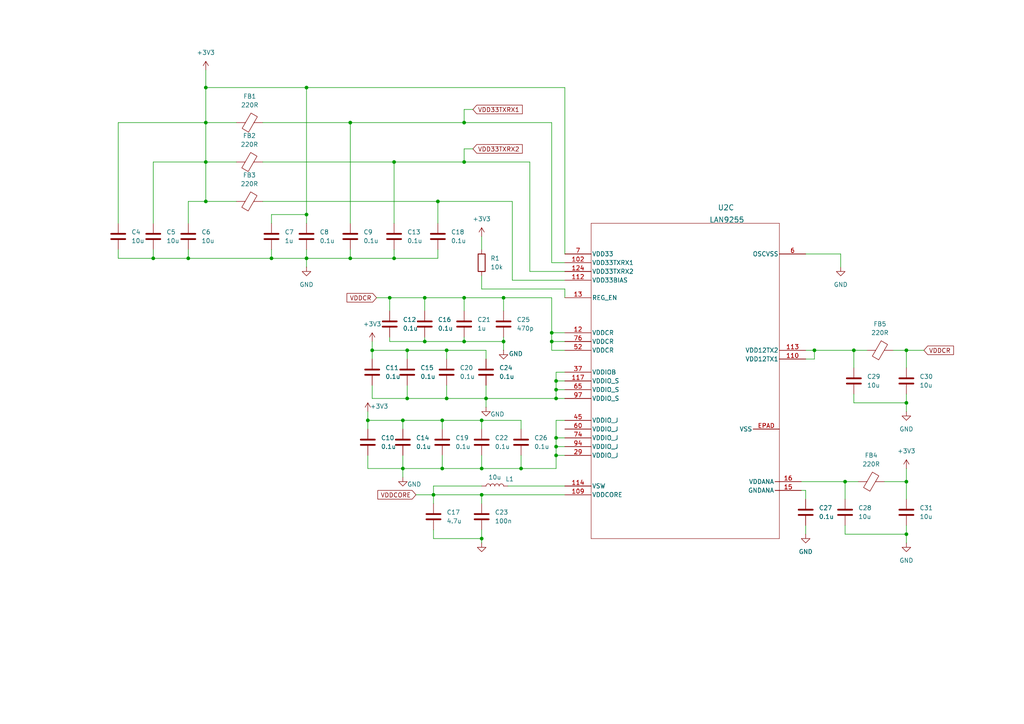
<source format=kicad_sch>
(kicad_sch (version 20231120) (generator "eeschema") (generator_version "8.0")
  (paper "A4")
  (lib_symbols
    (symbol "Device:C" (pin_numbers hide) (pin_names (offset 0.254))
      (property "Reference" "C" (at 0.635 2.54 0))
      (property "Value" "C" (at 0.635 -2.54 0))
      (symbol "C_0_1"
        (polyline (pts (xy -2.032 -0.762) (xy 2.032 -0.762)) (stroke (width 0.508)))
        (polyline (pts (xy -2.032 0.762) (xy 2.032 0.762)) (stroke (width 0.508)))
      )
      (symbol "C_1_1"
        (pin passive line (at 0 3.81 270) (length 2.794) (name "~") (number "1"))
        (pin passive line (at 0 -3.81 90) (length 2.794) (name "~") (number "2"))
      )
    )
    (symbol "Device:FerriteBead" (pin_numbers hide) (pin_names (offset 0))
      (property "Reference" "FB" (at -3.81 0.635 90))
      (property "Value" "FerriteBead" (at 3.81 0 90))
      (symbol "FerriteBead_0_1"
        (polyline (pts (xy 0 -1.27) (xy 0 -1.2192)))
        (polyline (pts (xy 0 1.27) (xy 0 1.2954)))
        (polyline (pts (xy -2.7686 0.4064) (xy -1.7018 2.2606) (xy 2.7686 -0.3048) (xy 1.6764 -2.159) (xy -2.7686 0.4064)))
      )
      (symbol "FerriteBead_1_1"
        (pin passive line (at 0 3.81 270) (length 2.54) (name "~") (number "1"))
        (pin passive line (at 0 -3.81 90) (length 2.54) (name "~") (number "2"))
      )
    )
    (symbol "Device:L" (pin_numbers hide) (pin_names (offset 1.016) hide)
      (property "Reference" "L" (at -1.27 0 90))
      (property "Value" "L" (at 1.905 0 90))
      (symbol "L_0_1"
        (arc (start 0 -2.54) (mid 0.6323 -1.905) (end 0 -1.27))
        (arc (start 0 -1.27) (mid 0.6323 -0.635) (end 0 0))
        (arc (start 0 0) (mid 0.6323 0.635) (end 0 1.27))
        (arc (start 0 1.27) (mid 0.6323 1.905) (end 0 2.54))
      )
      (symbol "L_1_1"
        (pin passive line (at 0 3.81 270) (length 1.27) (name "1") (number "1"))
        (pin passive line (at 0 -3.81 90) (length 1.27) (name "2") (number "2"))
      )
    )
    (symbol "Device:R" (pin_numbers hide) (pin_names (offset 0))
      (property "Reference" "R" (at 2.032 0 90))
      (property "Value" "R" (at 0 0 90))
      (symbol "R_0_1"
        (rectangle (start -1.016 -2.54) (end 1.016 2.54) (stroke (width 0.254)))
      )
      (symbol "R_1_1"
        (pin passive line (at 0 3.81 270) (length 1.27) (name "~") (number "1"))
        (pin passive line (at 0 -3.81 90) (length 1.27) (name "~") (number "2"))
      )
    )
    (symbol "LAN9255_2" (pin_names (offset 0.254))
      (property "Reference" "U7" (at 48.006 -1.778 0))
      (property "Value" "LAN9255" (at 48.26 -5.334 0))
      (symbol "LAN9255_2_1_1"
        (rectangle (start 93.98 6.35) (end 160.02 -16.51))
        (pin bidirectional line (at 167.64 -10.16 180) (length 7.62) (name "WAIT_ACK/PME/LATCH0/EE_EMUL_SPI3") (number "18"))
        (pin bidirectional line (at 167.64 -2.54 180) (length 7.62) (name "D2/AD2/SOF/SIO2/EE_EMUL_SPI0") (number "24"))
        (pin bidirectional line (at 167.64 0 180) (length 7.62) (name "D1/AD1/EOF/SO/SIO1") (number "26"))
        (pin bidirectional line (at 167.64 2.54 180) (length 7.62) (name "D0/AD0/WD_STATE/SI/SIO0") (number "38"))
        (pin bidirectional line (at 167.64 -7.62 180) (length 7.62) (name "A1/ALELO/OE_EXT/MII_CLK25/EE_EMUL_SPI2") (number "53"))
        (pin bidirectional line (at 167.64 -5.08 180) (length 7.62) (name "D3/AD3/WE_TRIG/SIO3/EE_EMUL_SPI1") (number "71"))
      )
      (symbol "LAN9255_2_2_1"
        (rectangle (start 5.08 -7.62) (end 62.23 -25.4))
        (pin bidirectional line (at 69.85 -12.7 180) (length 7.62) (name "D5/AD5/OUTVALID/SCS#") (number "101"))
        (pin bidirectional line (at 69.85 -15.24 180) (length 7.62) (name "RBIAS") (number "111"))
        (pin bidirectional line (at -2.54 -12.7 0) (length 7.62) (name "SYNC1/LATCH1/PME") (number "39"))
        (pin bidirectional line (at -2.54 -15.24 0) (length 7.62) (name "D9/AD9/LATCH_IN/SCK") (number "41"))
        (pin unspecified line (at -2.54 -17.78 0) (length 7.62) (name "TESTMODE") (number "81"))
        (pin bidirectional line (at -2.54 -20.32 0) (length 7.62) (name "IRQ/LATCH1") (number "88"))
      )
      (symbol "LAN9255_2_3_1"
        (polyline (pts (xy 8.89 -97.79) (xy 63.5 -97.79)) (stroke (width 0.127)))
        (polyline (pts (xy 8.89 -6.35) (xy 8.89 -97.79)) (stroke (width 0.127)))
        (polyline (pts (xy 63.5 -6.35) (xy 8.89 -6.35)) (stroke (width 0.127)))
        (polyline (pts (xy 63.5 -6.35) (xy 63.5 -97.79)) (stroke (width 0.127)))
        (pin power_in line (at 1.27 -17.78 0) (length 7.62) (name "VDD33TXRX1") (number "102"))
        (pin power_in line (at 1.27 -85.09 0) (length 7.62) (name "VDDCORE") (number "109"))
        (pin power_in line (at 71.12 -45.72 180) (length 7.62) (name "VDD12TX1") (number "110"))
        (pin power_in line (at 1.27 -22.86 0) (length 7.62) (name "VDD33BIAS") (number "112"))
        (pin power_in line (at 71.12 -43.18 180) (length 7.62) (name "VDD12TX2") (number "113"))
        (pin power_in line (at 1.27 -82.55 0) (length 7.62) (name "VSW") (number "114"))
        (pin power_in line (at 1.27 -52.07 0) (length 7.62) (name "VDDIO_S") (number "117"))
        (pin power_in line (at 1.27 -38.1 0) (length 7.62) (name "VDDCR") (number "12"))
        (pin power_in line (at 1.27 -20.32 0) (length 7.62) (name "VDD33TXRX2") (number "124"))
        (pin unspecified line (at 1.27 -27.94 0) (length 7.62) (name "REG_EN") (number "13"))
        (pin power_out line (at 69.85 -83.82 180) (length 7.62) (name "GNDANA") (number "15"))
        (pin power_in line (at 69.85 -81.28 180) (length 7.62) (name "VDDANA") (number "16"))
        (pin power_in line (at 1.27 -73.66 0) (length 7.62) (name "VDDIO_J") (number "29"))
        (pin power_in line (at 1.27 -49.53 0) (length 7.62) (name "VDDIOB") (number "37"))
        (pin power_in line (at 71.12 -17.78 180) (length 7.62) hide (name "OSCVDD12") (number "4"))
        (pin power_in line (at 1.27 -63.5 0) (length 7.62) (name "VDDIO_J") (number "45"))
        (pin power_in line (at 1.27 -43.18 0) (length 7.62) (name "VDDCR") (number "52"))
        (pin power_out line (at 71.12 -15.24 180) (length 7.62) (name "OSCVSS") (number "6"))
        (pin power_in line (at 1.27 -66.04 0) (length 7.62) (name "VDDIO_J") (number "60"))
        (pin power_in line (at 1.27 -54.61 0) (length 7.62) (name "VDDIO_S") (number "65"))
        (pin power_in line (at 1.27 -15.24 0) (length 7.62) (name "VDD33") (number "7"))
        (pin power_in line (at 1.27 -68.58 0) (length 7.62) (name "VDDIO_J") (number "74"))
        (pin power_in line (at 1.27 -40.64 0) (length 7.62) (name "VDDCR") (number "76"))
        (pin power_in line (at 1.27 -71.12 0) (length 7.62) (name "VDDIO_J") (number "94"))
        (pin power_in line (at 1.27 -57.15 0) (length 7.62) (name "VDDIO_S") (number "97"))
        (pin power_out line (at 63.5 -66.04 180) (length 7.62) (name "VSS") (number "EPAD"))
      )
      (symbol "LAN9255_2_4_1"
        (polyline (pts (xy 7.62 -21.59) (xy 76.2 -21.59)) (stroke (width 0.127)))
        (polyline (pts (xy 7.62 5.08) (xy 7.62 -21.59)) (stroke (width 0.127)))
        (polyline (pts (xy 76.2 -21.59) (xy 76.2 5.08)) (stroke (width 0.127)))
        (polyline (pts (xy 76.2 5.08) (xy 7.62 5.08)) (stroke (width 0.127)))
        (pin output line (at 0 -1.27 0) (length 7.62) (name "OSCO") (number "1"))
        (pin unspecified line (at 83.82 1.27 180) (length 7.62) (name "RESETN_E53") (number "108"))
        (pin input line (at 0 2.54 0) (length 7.62) (name "OSCI") (number "128"))
        (pin bidirectional line (at 0 -7.62 0) (length 7.62) (name "CLK_25/CLK_25_EN/XTAL_MODE") (number "14"))
        (pin unspecified line (at 83.82 -6.35 180) (length 7.62) (name "RST#") (number "21"))
      )
      (symbol "LAN9255_2_5_1"
        (polyline (pts (xy 7.62 -17.78) (xy 29.21 -17.78)) (stroke (width 0.127)))
        (polyline (pts (xy 7.62 5.08) (xy 7.62 -17.78)) (stroke (width 0.127)))
        (polyline (pts (xy 29.21 -17.78) (xy 29.21 5.08)) (stroke (width 0.127)))
        (polyline (pts (xy 29.21 5.08) (xy 7.62 5.08)) (stroke (width 0.127)))
        (pin no_connect line (at 36.83 0 180) (length 7.62) (name "NC") (number "48"))
        (pin no_connect line (at 36.83 -7.62 180) (length 7.62) (name "NC") (number "75"))
        (pin no_connect line (at 36.83 -5.08 180) (length 7.62) (name "NC") (number "85"))
        (pin no_connect line (at 36.83 -2.54 180) (length 7.62) (name "NC") (number "86"))
      )
      (symbol "LAN9255_2_6_1"
        (rectangle (start 69.85 -5.08) (end 133.35 -78.74))
        (pin bidirectional line (at 140.97 -10.16 180) (length 7.62) (name "TXNA") (number "103"))
        (pin bidirectional line (at 140.97 -13.97 180) (length 7.62) (name "TXPA") (number "104"))
        (pin bidirectional line (at 140.97 -17.78 180) (length 7.62) (name "RXNA") (number "105"))
        (pin bidirectional line (at 140.97 -21.59 180) (length 7.62) (name "RXPA") (number "106"))
        (pin bidirectional line (at 140.97 -59.69 180) (length 7.62) (name "RXPB") (number "115"))
        (pin bidirectional line (at 140.97 -63.5 180) (length 7.62) (name "RXNB") (number "116"))
        (pin bidirectional line (at 140.97 -67.31 180) (length 7.62) (name "TXPB") (number "118"))
        (pin bidirectional line (at 140.97 -71.12 180) (length 7.62) (name "TXNB") (number "119"))
        (pin bidirectional line (at 62.23 -10.16 0) (length 7.62) (name "ERRLED/PME/100FD_B/LEDPOL4") (number "17"))
        (pin bidirectional line (at 62.23 -15.24 0) (length 7.62) (name "SYNC0/LATCH0/PME") (number "70"))
        (pin bidirectional line (at 62.23 -20.32 0) (length 7.62) (name "EESDA/TMS/EE_EMUL1") (number "82"))
        (pin bidirectional line (at 62.23 -25.4 0) (length 7.62) (name "EESCL/TCK/EE_EMUL2") (number "83"))
        (pin bidirectional line (at 62.23 -30.48 0) (length 7.62) (name "RUNLED/STATE_RUNLED/E2PSIZE/EE_EMUL0/LEDPOL3") (number "89"))
        (pin bidirectional line (at 62.23 -35.56 0) (length 7.62) (name "LINKACTLED1/TDI/CHIP_MODE1/LEDPOL1") (number "90"))
        (pin bidirectional line (at 62.23 -40.64 0) (length 7.62) (name "LINKACTLED0/TDO/CHIP_MODE0/LEDPOL0") (number "95"))
      )
      (symbol "LAN9255_2_7_1"
        (rectangle (start 64.77 7.62) (end 160.02 -60.96))
        (pin bidirectional line (at 167.64 -35.56 180) (length 7.62) (name "D4/AD4/DIGIO3/GPI3/GPO3/MII_LINK") (number "100"))
        (pin bidirectional line (at 167.64 -50.8 180) (length 7.62) (name "D14/AD14/DIGIO8/GPI8/GPO8/MII_TXD3/TX_SHIFT1") (number "31"))
        (pin bidirectional line (at 167.64 -48.26 180) (length 7.62) (name "D13/AD13/DIGIO7/GPI7/GPO7/MII_TXD2/TX_SHIFT0") (number "32"))
        (pin bidirectional line (at 167.64 -22.86 180) (length 7.62) (name "D12/AD12/DIGIO6/GPI6/GPO6/MII_TXD1/100FD_B") (number "49"))
        (pin bidirectional line (at 167.64 -20.32 180) (length 7.62) (name "D11/AD11/DIGIO5/GPI5/GPO5/MII_TXD0/100FD_A") (number "50"))
        (pin bidirectional line (at 167.64 -17.78 180) (length 7.62) (name "D10/AD10/DIGIO4/GPI4/GPO4/MII_TXEN") (number "51"))
        (pin bidirectional line (at 167.64 -10.16 180) (length 7.62) (name "A3/BE0/DIGIO11/GPI11/GPO11/MII_RXDV") (number "54"))
        (pin bidirectional line (at 167.64 -7.62 180) (length 7.62) (name "A4/BE1/DIGIO12/GPI12/GPO12/MII_RXD0") (number "55"))
        (pin bidirectional line (at 167.64 -5.08 180) (length 7.62) (name "CS/DIGIO13/GPI13/GPO13/MII_RXD1") (number "56"))
        (pin bidirectional line (at 167.64 -43.18 180) (length 7.62) (name "A2/ALEHI/DIGIO10/GPI10/GPO10/LINKACTLED2/EE_EMUL_ALELO_POL/MII_LINKPOL/LEDPOL2") (number "57"))
        (pin bidirectional line (at 167.64 0 180) (length 7.62) (name "WR/ENB/DIGIO14/GPI14/GPO14/MII_RXD2") (number "58"))
        (pin bidirectional line (at 167.64 2.54 180) (length 7.62) (name "RD/RD_WR/DIGIO15/GPI15/GPO15/MII_RXD3") (number "59"))
        (pin bidirectional line (at 167.64 -38.1 180) (length 7.62) (name "A0/D15/AD15/DIGIO9/GPI9/GPO9/MII_RXER") (number "66"))
        (pin bidirectional line (at 167.64 -27.94 180) (length 7.62) (name "D6/AD6/DIGIO0/GPI0/GPO0/MII_RXCLK") (number "72"))
        (pin bidirectional line (at 167.64 -30.48 180) (length 7.62) (name "D7/AD7/DIGIO1/GPI1/GPO1/MII_MDC") (number "78"))
        (pin bidirectional line (at 167.64 -33.02 180) (length 7.62) (name "D8/AD8/DIGIO2/GPI2/GPO2/MII_MDIO") (number "80"))
      )
      (symbol "LAN9255_2_8_1"
        (rectangle (start 118.11 6.35) (end 160.02 -78.74))
        (pin bidirectional line (at 167.64 -24.13 180) (length 7.62) (name "PA27") (number "107"))
        (pin bidirectional line (at 167.64 -29.21 180) (length 7.62) (name "PA30") (number "120"))
        (pin bidirectional line (at 167.64 -26.67 180) (length 7.62) (name "PA31") (number "121"))
        (pin bidirectional line (at 167.64 -60.96 180) (length 7.62) (name "PA04") (number "25"))
        (pin bidirectional line (at 167.64 -58.42 180) (length 7.62) (name "PA05") (number "27"))
        (pin bidirectional line (at 167.64 -55.88 180) (length 7.62) (name "PA06") (number "28"))
        (pin bidirectional line (at 167.64 -71.12 180) (length 7.62) (name "PA00") (number "3"))
        (pin bidirectional line (at 167.64 -53.34 180) (length 7.62) (name "PA07") (number "30"))
        (pin bidirectional line (at 167.64 -50.8 180) (length 7.62) (name "PA08") (number "33"))
        (pin bidirectional line (at 167.64 -48.26 180) (length 7.62) (name "PA09") (number "34"))
        (pin bidirectional line (at 167.64 -45.72 180) (length 7.62) (name "PA10") (number "35"))
        (pin bidirectional line (at 167.64 -43.18 180) (length 7.62) (name "PA11") (number "36"))
        (pin bidirectional line (at 167.64 -68.58 180) (length 7.62) (name "PA01") (number "5"))
        (pin bidirectional line (at 167.64 -40.64 180) (length 7.62) (name "PA12") (number "61"))
        (pin bidirectional line (at 167.64 -38.1 180) (length 7.62) (name "PA13") (number "62"))
        (pin bidirectional line (at 167.64 -35.56 180) (length 7.62) (name "PA14") (number "63"))
        (pin bidirectional line (at 167.64 -33.02 180) (length 7.62) (name "PA15") (number "64"))
        (pin bidirectional line (at 167.64 0 180) (length 7.62) (name "PA16") (number "67"))
        (pin bidirectional line (at 167.64 -2.54 180) (length 7.62) (name "PA17") (number "68"))
        (pin bidirectional line (at 167.64 -5.08 180) (length 7.62) (name "PA18") (number "69"))
        (pin bidirectional line (at 167.64 -7.62 180) (length 7.62) (name "PA19") (number "73"))
        (pin bidirectional line (at 167.64 -66.04 180) (length 7.62) (name "PA02") (number "8"))
        (pin bidirectional line (at 167.64 -10.16 180) (length 7.62) (name "PA20") (number "84"))
        (pin bidirectional line (at 167.64 -12.7 180) (length 7.62) (name "PA21") (number "87"))
        (pin bidirectional line (at 167.64 -63.5 180) (length 7.62) (name "PA03") (number "9"))
        (pin bidirectional line (at 167.64 -15.24 180) (length 7.62) (name "PA22") (number "91"))
        (pin bidirectional line (at 167.64 -17.78 180) (length 7.62) (name "PA23") (number "92"))
        (pin bidirectional line (at 167.64 -20.32 180) (length 7.62) (name "PA24") (number "93"))
        (pin bidirectional line (at 167.64 2.54 180) (length 7.62) (name "PA25") (number "96"))
      )
      (symbol "LAN9255_2_9_1"
        (rectangle (start 107.95 6.35) (end 160.02 -71.12))
        (pin bidirectional line (at 167.64 -1.27 180) (length 7.62) (name "PB04") (number "10"))
        (pin bidirectional line (at 167.64 -3.81 180) (length 7.62) (name "PB05") (number "11"))
        (pin bidirectional line (at 167.64 -35.56 180) (length 7.62) (name "PB30") (number "122"))
        (pin bidirectional line (at 167.64 -33.02 180) (length 7.62) (name "PB31") (number "123"))
        (pin bidirectional line (at 167.64 -60.96 180) (length 7.62) (name "PB00") (number "125"))
        (pin bidirectional line (at 167.64 -58.42 180) (length 7.62) (name "PB01") (number "126"))
        (pin bidirectional line (at 167.64 -55.88 180) (length 7.62) (name "PB02") (number "127"))
        (pin bidirectional line (at 167.64 -6.35 180) (length 7.62) (name "PB06") (number "19"))
        (pin bidirectional line (at 167.64 1.27 180) (length 7.62) (name "PB03") (number "2"))
        (pin bidirectional line (at 167.64 -8.89 180) (length 7.62) (name "PB07") (number "20"))
        (pin bidirectional line (at 167.64 -11.43 180) (length 7.62) (name "PB08") (number "22"))
        (pin bidirectional line (at 167.64 -13.97 180) (length 7.62) (name "PB09") (number "23"))
        (pin bidirectional line (at 167.64 -16.51 180) (length 7.62) (name "PB10") (number "40"))
        (pin bidirectional line (at 167.64 -19.05 180) (length 7.62) (name "PB11") (number "42"))
        (pin bidirectional line (at 167.64 -21.59 180) (length 7.62) (name "PB12") (number "43"))
        (pin bidirectional line (at 167.64 -24.13 180) (length 7.62) (name "PB13") (number "44"))
        (pin bidirectional line (at 167.64 -26.67 180) (length 7.62) (name "PB14") (number "46"))
        (pin bidirectional line (at 167.64 -29.21 180) (length 7.62) (name "PB15") (number "47"))
        (pin bidirectional line (at 167.64 -48.26 180) (length 7.62) (name "PB16") (number "77"))
        (pin bidirectional line (at 167.64 -45.72 180) (length 7.62) (name "PB17") (number "79"))
        (pin bidirectional line (at 167.64 -43.18 180) (length 7.62) (name "PB22") (number "98"))
        (pin bidirectional line (at 167.64 -40.64 180) (length 7.62) (name "PB23") (number "99"))
      )
    )
    (symbol "power:+3V3" (power) (pin_numbers hide) (pin_names (offset 0) hide)
      (property "Value" "+3V3" (at 0 3.556 0))
      (symbol "+3V3_0_1"
        (polyline (pts (xy -0.762 1.27) (xy 0 2.54)))
        (polyline (pts (xy 0 0) (xy 0 2.54)))
        (polyline (pts (xy 0 2.54) (xy 0.762 1.27)))
      )
      (symbol "+3V3_1_1"
        (pin power_in line (at 0 0 90) (length 0) (name "~") (number "1"))
      )
    )
    (symbol "power:GND" (power) (pin_numbers hide) (pin_names (offset 0) hide)
      (property "Value" "GND" (at 0 -3.81 0))
      (symbol "GND_0_1"
        (polyline (pts (xy 0 0) (xy 0 -1.27) (xy 1.27 -1.27) (xy 0 -2.54) (xy -1.27 -1.27) (xy 0 -1.27)))
      )
      (symbol "GND_1_1"
        (pin power_in line (at 0 0 270) (length 0) (name "~") (number "1"))
      )
    )
  )
  (junction (at 262.89 154.94))
  (junction (at 125.73 143.51))
  (junction (at 140.97 115.57))
  (junction (at 128.27 135.89))
  (junction (at 247.65 101.6))
  (junction (at 262.89 116.84))
  (junction (at 161.29 132.08))
  (junction (at 101.6 74.93))
  (junction (at 129.54 101.6))
  (junction (at 139.7 156.21))
  (junction (at 139.7 135.89))
  (junction (at 88.9 74.93))
  (junction (at 123.19 99.06))
  (junction (at 134.62 99.06))
  (junction (at 160.02 96.52))
  (junction (at 161.29 129.54))
  (junction (at 59.69 46.99))
  (junction (at 161.29 110.49))
  (junction (at 129.54 115.57))
  (junction (at 54.61 74.93))
  (junction (at 59.69 58.42))
  (junction (at 123.19 86.36))
  (junction (at 106.68 121.92))
  (junction (at 114.3 74.93))
  (junction (at 262.89 139.7))
  (junction (at 161.29 113.03))
  (junction (at 114.3 46.99))
  (junction (at 245.11 139.7))
  (junction (at 134.62 46.99))
  (junction (at 78.74 74.93))
  (junction (at 107.95 101.6))
  (junction (at 128.27 121.92))
  (junction (at 116.84 121.92))
  (junction (at 151.13 135.89))
  (junction (at 59.69 35.56))
  (junction (at 118.11 115.57))
  (junction (at 146.05 99.06))
  (junction (at 116.84 135.89))
  (junction (at 139.7 121.92))
  (junction (at 118.11 101.6))
  (junction (at 88.9 25.4))
  (junction (at 113.03 86.36))
  (junction (at 262.89 101.6))
  (junction (at 160.02 99.06))
  (junction (at 59.69 25.4))
  (junction (at 88.9 62.23))
  (junction (at 161.29 127))
  (junction (at 139.7 143.51))
  (junction (at 101.6 35.56))
  (junction (at 146.05 86.36))
  (junction (at 161.29 115.57))
  (junction (at 127 58.42))
  (junction (at 134.62 35.56))
  (junction (at 44.45 74.93))
  (junction (at 236.22 101.6))
  (junction (at 134.62 86.36))
  (wire (pts (xy 243.84 77.47) (xy 243.84 73.66)))
  (wire (pts (xy 134.62 35.56) (xy 160.02 35.56)))
  (wire (pts (xy 160.02 101.6) (xy 160.02 99.06)))
  (wire (pts (xy 125.73 140.97) (xy 125.73 143.51)))
  (wire (pts (xy 106.68 121.92) (xy 106.68 124.46)))
  (wire (pts (xy 68.58 58.42) (xy 59.69 58.42)))
  (wire (pts (xy 120.65 143.51) (xy 125.73 143.51)))
  (wire (pts (xy 151.13 124.46) (xy 151.13 121.92)))
  (wire (pts (xy 76.2 58.42) (xy 127 58.42)))
  (wire (pts (xy 151.13 135.89) (xy 161.29 135.89)))
  (wire (pts (xy 129.54 101.6) (xy 140.97 101.6)))
  (wire (pts (xy 125.73 156.21) (xy 139.7 156.21)))
  (wire (pts (xy 107.95 99.06) (xy 107.95 101.6)))
  (wire (pts (xy 123.19 97.79) (xy 123.19 99.06)))
  (wire (pts (xy 134.62 86.36) (xy 146.05 86.36)))
  (wire (pts (xy 134.62 43.18) (xy 134.62 46.99)))
  (wire (pts (xy 123.19 86.36) (xy 123.19 90.17)))
  (wire (pts (xy 44.45 46.99) (xy 59.69 46.99)))
  (wire (pts (xy 134.62 99.06) (xy 146.05 99.06)))
  (wire (pts (xy 233.68 101.6) (xy 236.22 101.6)))
  (wire (pts (xy 127 58.42) (xy 148.59 58.42)))
  (wire (pts (xy 134.62 46.99) (xy 153.67 46.99)))
  (wire (pts (xy 88.9 62.23) (xy 88.9 64.77)))
  (wire (pts (xy 247.65 101.6) (xy 251.46 101.6)))
  (wire (pts (xy 153.67 46.99) (xy 153.67 78.74)))
  (wire (pts (xy 59.69 25.4) (xy 59.69 35.56)))
  (wire (pts (xy 233.68 73.66) (xy 243.84 73.66)))
  (wire (pts (xy 125.73 143.51) (xy 139.7 143.51)))
  (wire (pts (xy 161.29 110.49) (xy 161.29 107.95)))
  (wire (pts (xy 262.89 154.94) (xy 262.89 157.48)))
  (wire (pts (xy 139.7 121.92) (xy 151.13 121.92)))
  (wire (pts (xy 163.83 73.66) (xy 163.83 25.4)))
  (wire (pts (xy 245.11 144.78) (xy 245.11 139.7)))
  (wire (pts (xy 146.05 86.36) (xy 146.05 90.17)))
  (wire (pts (xy 262.89 152.4) (xy 262.89 154.94)))
  (wire (pts (xy 118.11 101.6) (xy 129.54 101.6)))
  (wire (pts (xy 146.05 97.79) (xy 146.05 99.06)))
  (wire (pts (xy 78.74 62.23) (xy 88.9 62.23)))
  (wire (pts (xy 129.54 111.76) (xy 129.54 115.57)))
  (wire (pts (xy 262.89 116.84) (xy 262.89 119.38)))
  (wire (pts (xy 163.83 113.03) (xy 161.29 113.03)))
  (wire (pts (xy 118.11 115.57) (xy 129.54 115.57)))
  (wire (pts (xy 161.29 115.57) (xy 161.29 113.03)))
  (wire (pts (xy 101.6 35.56) (xy 101.6 64.77)))
  (wire (pts (xy 140.97 115.57) (xy 140.97 118.11)))
  (wire (pts (xy 147.32 140.97) (xy 163.83 140.97)))
  (wire (pts (xy 256.54 139.7) (xy 262.89 139.7)))
  (wire (pts (xy 247.65 101.6) (xy 247.65 106.68)))
  (wire (pts (xy 245.11 139.7) (xy 248.92 139.7)))
  (wire (pts (xy 160.02 76.2) (xy 160.02 35.56)))
  (wire (pts (xy 262.89 135.89) (xy 262.89 139.7)))
  (wire (pts (xy 101.6 35.56) (xy 134.62 35.56)))
  (wire (pts (xy 34.29 74.93) (xy 44.45 74.93)))
  (wire (pts (xy 233.68 144.78) (xy 233.68 142.24)))
  (wire (pts (xy 163.83 25.4) (xy 88.9 25.4)))
  (wire (pts (xy 140.97 104.14) (xy 140.97 101.6)))
  (wire (pts (xy 134.62 97.79) (xy 134.62 99.06)))
  (wire (pts (xy 88.9 25.4) (xy 88.9 62.23)))
  (wire (pts (xy 127 58.42) (xy 127 64.77)))
  (wire (pts (xy 59.69 35.56) (xy 59.69 46.99)))
  (wire (pts (xy 134.62 86.36) (xy 134.62 90.17)))
  (wire (pts (xy 123.19 99.06) (xy 134.62 99.06)))
  (wire (pts (xy 76.2 46.99) (xy 114.3 46.99)))
  (wire (pts (xy 78.74 64.77) (xy 78.74 62.23)))
  (wire (pts (xy 139.7 156.21) (xy 139.7 157.48)))
  (wire (pts (xy 137.16 43.18) (xy 134.62 43.18)))
  (wire (pts (xy 114.3 72.39) (xy 114.3 74.93)))
  (wire (pts (xy 262.89 114.3) (xy 262.89 116.84)))
  (wire (pts (xy 116.84 132.08) (xy 116.84 135.89)))
  (wire (pts (xy 128.27 132.08) (xy 128.27 135.89)))
  (wire (pts (xy 247.65 116.84) (xy 262.89 116.84)))
  (wire (pts (xy 161.29 135.89) (xy 161.29 132.08)))
  (wire (pts (xy 118.11 111.76) (xy 118.11 115.57)))
  (wire (pts (xy 114.3 46.99) (xy 114.3 64.77)))
  (wire (pts (xy 161.29 127) (xy 161.29 129.54)))
  (wire (pts (xy 128.27 135.89) (xy 139.7 135.89)))
  (wire (pts (xy 113.03 97.79) (xy 113.03 99.06)))
  (wire (pts (xy 68.58 46.99) (xy 59.69 46.99)))
  (wire (pts (xy 54.61 58.42) (xy 59.69 58.42)))
  (wire (pts (xy 139.7 124.46) (xy 139.7 121.92)))
  (wire (pts (xy 44.45 64.77) (xy 44.45 46.99)))
  (wire (pts (xy 140.97 111.76) (xy 140.97 115.57)))
  (wire (pts (xy 161.29 113.03) (xy 161.29 110.49)))
  (wire (pts (xy 233.68 152.4) (xy 233.68 154.94)))
  (wire (pts (xy 161.29 132.08) (xy 163.83 132.08)))
  (wire (pts (xy 114.3 46.99) (xy 134.62 46.99)))
  (wire (pts (xy 101.6 72.39) (xy 101.6 74.93)))
  (wire (pts (xy 116.84 135.89) (xy 116.84 138.43)))
  (wire (pts (xy 88.9 25.4) (xy 59.69 25.4)))
  (wire (pts (xy 259.08 101.6) (xy 262.89 101.6)))
  (wire (pts (xy 163.83 76.2) (xy 160.02 76.2)))
  (wire (pts (xy 54.61 72.39) (xy 54.61 74.93)))
  (wire (pts (xy 116.84 124.46) (xy 116.84 121.92)))
  (wire (pts (xy 107.95 101.6) (xy 118.11 101.6)))
  (wire (pts (xy 113.03 99.06) (xy 123.19 99.06)))
  (wire (pts (xy 262.89 139.7) (xy 262.89 144.78)))
  (wire (pts (xy 163.83 86.36) (xy 163.83 83.82)))
  (wire (pts (xy 232.41 139.7) (xy 245.11 139.7)))
  (wire (pts (xy 139.7 68.58) (xy 139.7 72.39)))
  (wire (pts (xy 137.16 31.75) (xy 134.62 31.75)))
  (wire (pts (xy 163.83 83.82) (xy 139.7 83.82)))
  (wire (pts (xy 34.29 35.56) (xy 59.69 35.56)))
  (wire (pts (xy 118.11 104.14) (xy 118.11 101.6)))
  (wire (pts (xy 236.22 101.6) (xy 247.65 101.6)))
  (wire (pts (xy 161.29 129.54) (xy 161.29 132.08)))
  (wire (pts (xy 59.69 58.42) (xy 59.69 46.99)))
  (wire (pts (xy 163.83 110.49) (xy 161.29 110.49)))
  (wire (pts (xy 163.83 143.51) (xy 139.7 143.51)))
  (wire (pts (xy 54.61 64.77) (xy 54.61 58.42)))
  (wire (pts (xy 139.7 80.01) (xy 139.7 83.82)))
  (wire (pts (xy 107.95 111.76) (xy 107.95 115.57)))
  (wire (pts (xy 163.83 107.95) (xy 161.29 107.95)))
  (wire (pts (xy 245.11 152.4) (xy 245.11 154.94)))
  (wire (pts (xy 247.65 114.3) (xy 247.65 116.84)))
  (wire (pts (xy 161.29 115.57) (xy 163.83 115.57)))
  (wire (pts (xy 106.68 119.38) (xy 106.68 121.92)))
  (wire (pts (xy 44.45 74.93) (xy 54.61 74.93)))
  (wire (pts (xy 78.74 72.39) (xy 78.74 74.93)))
  (wire (pts (xy 161.29 129.54) (xy 163.83 129.54)))
  (wire (pts (xy 146.05 99.06) (xy 146.05 101.6)))
  (wire (pts (xy 163.83 81.28) (xy 148.59 81.28)))
  (wire (pts (xy 236.22 104.14) (xy 236.22 101.6)))
  (wire (pts (xy 128.27 124.46) (xy 128.27 121.92)))
  (wire (pts (xy 116.84 135.89) (xy 128.27 135.89)))
  (wire (pts (xy 163.83 127) (xy 161.29 127)))
  (wire (pts (xy 146.05 86.36) (xy 160.02 86.36)))
  (wire (pts (xy 129.54 115.57) (xy 140.97 115.57)))
  (wire (pts (xy 127 74.93) (xy 114.3 74.93)))
  (wire (pts (xy 34.29 72.39) (xy 34.29 74.93)))
  (wire (pts (xy 109.22 86.36) (xy 113.03 86.36)))
  (wire (pts (xy 153.67 78.74) (xy 163.83 78.74)))
  (wire (pts (xy 44.45 72.39) (xy 44.45 74.93)))
  (wire (pts (xy 129.54 104.14) (xy 129.54 101.6)))
  (wire (pts (xy 163.83 96.52) (xy 160.02 96.52)))
  (wire (pts (xy 128.27 121.92) (xy 139.7 121.92)))
  (wire (pts (xy 59.69 20.32) (xy 59.69 25.4)))
  (wire (pts (xy 151.13 132.08) (xy 151.13 135.89)))
  (wire (pts (xy 107.95 115.57) (xy 118.11 115.57)))
  (wire (pts (xy 78.74 74.93) (xy 88.9 74.93)))
  (wire (pts (xy 116.84 121.92) (xy 128.27 121.92)))
  (wire (pts (xy 34.29 64.77) (xy 34.29 35.56)))
  (wire (pts (xy 106.68 121.92) (xy 116.84 121.92)))
  (wire (pts (xy 139.7 153.67) (xy 139.7 156.21)))
  (wire (pts (xy 245.11 154.94) (xy 262.89 154.94)))
  (wire (pts (xy 161.29 121.92) (xy 161.29 127)))
  (wire (pts (xy 140.97 115.57) (xy 161.29 115.57)))
  (wire (pts (xy 54.61 74.93) (xy 78.74 74.93)))
  (wire (pts (xy 233.68 142.24) (xy 232.41 142.24)))
  (wire (pts (xy 163.83 99.06) (xy 160.02 99.06)))
  (wire (pts (xy 125.73 140.97) (xy 139.7 140.97)))
  (wire (pts (xy 68.58 35.56) (xy 59.69 35.56)))
  (wire (pts (xy 106.68 135.89) (xy 116.84 135.89)))
  (wire (pts (xy 88.9 74.93) (xy 88.9 77.47)))
  (wire (pts (xy 101.6 74.93) (xy 114.3 74.93)))
  (wire (pts (xy 139.7 143.51) (xy 139.7 146.05)))
  (wire (pts (xy 106.68 132.08) (xy 106.68 135.89)))
  (wire (pts (xy 233.68 104.14) (xy 236.22 104.14)))
  (wire (pts (xy 262.89 101.6) (xy 267.97 101.6)))
  (wire (pts (xy 163.83 101.6) (xy 160.02 101.6)))
  (wire (pts (xy 134.62 31.75) (xy 134.62 35.56)))
  (wire (pts (xy 88.9 72.39) (xy 88.9 74.93)))
  (wire (pts (xy 160.02 99.06) (xy 160.02 96.52)))
  (wire (pts (xy 125.73 146.05) (xy 125.73 143.51)))
  (wire (pts (xy 262.89 101.6) (xy 262.89 106.68)))
  (wire (pts (xy 151.13 135.89) (xy 139.7 135.89)))
  (wire (pts (xy 148.59 81.28) (xy 148.59 58.42)))
  (wire (pts (xy 161.29 121.92) (xy 163.83 121.92)))
  (wire (pts (xy 76.2 35.56) (xy 101.6 35.56)))
  (wire (pts (xy 123.19 86.36) (xy 134.62 86.36)))
  (wire (pts (xy 160.02 86.36) (xy 160.02 96.52)))
  (wire (pts (xy 101.6 74.93) (xy 88.9 74.93)))
  (wire (pts (xy 139.7 132.08) (xy 139.7 135.89)))
  (wire (pts (xy 127 72.39) (xy 127 74.93)))
  (wire (pts (xy 113.03 86.36) (xy 113.03 90.17)))
  (wire (pts (xy 125.73 153.67) (xy 125.73 156.21)))
  (wire (pts (xy 113.03 86.36) (xy 123.19 86.36)))
  (wire (pts (xy 107.95 101.6) (xy 107.95 104.14)))
  (global_label "VDD33TXRX1" (shape input) (at 137.16 31.75 0) (property "Intersheetrefs" "${INTERSHEET_REFS}" (effects (hide yes))))
  (global_label "VDDCORE" (shape input) (at 120.65 143.51 180) (property "Intersheetrefs" "${INTERSHEET_REFS}" (effects (hide yes))))
  (global_label "VDDCR" (shape input) (at 109.22 86.36 180) (property "Intersheetrefs" "${INTERSHEET_REFS}" (effects (hide yes))))
  (global_label "VDDCR" (shape input) (at 267.97 101.6 0) (property "Intersheetrefs" "${INTERSHEET_REFS}" (effects (hide yes))))
  (global_label "VDD33TXRX2" (shape input) (at 137.16 43.18 0) (property "Intersheetrefs" "${INTERSHEET_REFS}" (effects (hide yes))))
  (symbol (lib_id "Device:C") (at 54.61 68.58 0) (unit 1)
    (property "Reference" "C6" (at 58.42 67.3099 0) (effects (justify left)))
    (property "Value" "10u" (at 58.42 69.8499 0) (effects (justify left)))
    (property "Footprint" "Capacitor_SMD:C_0805_2012Metric" (effects (hide yes)))
    (property "Description" "Unpolarized capacitor" (effects (hide yes)))
  )
  (symbol (lib_id "Device:C") (at 139.7 149.86 0) (unit 1)
    (property "Reference" "C23" (at 143.51 148.5899 0) (effects (justify left)))
    (property "Value" "100n" (at 143.51 151.1299 0) (effects (justify left)))
    (property "Footprint" "Capacitor_SMD:C_0805_2012Metric" (effects (hide yes)))
    (property "Description" "Unpolarized capacitor" (effects (hide yes)))
  )
  (symbol (lib_id "power:GND") (at 139.7 157.48 0) (unit 1)
    (property "Reference" "#PWR015" (effects (hide yes)))
    (property "Value" "GND" (effects (hide yes)))
    (property "Description" "Power symbol creates a global label with name \"GND\" , ground" (effects (hide yes)))
  )
  (symbol (lib_id "Device:C") (at 140.97 107.95 0) (unit 1)
    (property "Reference" "C24" (at 144.78 106.6799 0) (effects (justify left)))
    (property "Value" "0.1u" (at 144.78 109.2199 0) (effects (justify left)))
    (property "Footprint" "Capacitor_SMD:C_0805_2012Metric" (effects (hide yes)))
    (property "Description" "Unpolarized capacitor" (effects (hide yes)))
  )
  (symbol (lib_id "Device:L") (at 143.51 140.97 90) (unit 1)
    (property "Reference" "L1" (at 147.828 138.938 90))
    (property "Value" "10u" (at 143.51 138.43 90))
    (property "Footprint" "Inductor_SMD:L_0805_2012Metric" (effects (hide yes)))
    (property "Description" "Inductor" (effects (hide yes)))
  )
  (symbol (lib_id "Device:FerriteBead") (at 72.39 58.42 90) (unit 1)
    (property "Reference" "FB3" (at 72.3392 50.8 90))
    (property "Value" "220R" (at 72.3392 53.34 90))
    (property "Footprint" "Ferrite_THT:LairdTech_28C0236-0JW-10" (effects (hide yes)))
    (property "Description" "Ferrite bead" (effects (hide yes)))
  )
  (symbol (lib_id "Device:C") (at 113.03 93.98 0) (unit 1)
    (property "Reference" "C12" (at 116.84 92.7099 0) (effects (justify left)))
    (property "Value" "0.1u" (at 116.84 95.2499 0) (effects (justify left)))
    (property "Footprint" "Capacitor_SMD:C_0805_2012Metric" (effects (hide yes)))
    (property "Description" "Unpolarized capacitor" (effects (hide yes)))
  )
  (symbol (lib_id "Device:C") (at 88.9 68.58 0) (unit 1)
    (property "Reference" "C8" (at 92.71 67.3099 0) (effects (justify left)))
    (property "Value" "0.1u" (at 92.71 69.8499 0) (effects (justify left)))
    (property "Footprint" "Capacitor_SMD:C_0805_2012Metric" (effects (hide yes)))
    (property "Description" "Unpolarized capacitor" (effects (hide yes)))
  )
  (symbol (lib_id "Device:C") (at 262.89 148.59 0) (unit 1)
    (property "Reference" "C31" (at 266.7 147.3199 0) (effects (justify left)))
    (property "Value" "10u" (at 266.7 149.8599 0) (effects (justify left)))
    (property "Footprint" "Capacitor_SMD:C_0805_2012Metric" (effects (hide yes)))
    (property "Description" "Unpolarized capacitor" (effects (hide yes)))
  )
  (symbol (lib_name "LAN9255_2") (lib_id "LAN9255:LAN9255") (at 162.56 58.42 0) (unit 3)
    (property "Reference" "U2" (at 210.566 60.198 0) (effects (font (size 1.524 1.524))))
    (property "Value" "LAN9255" (at 210.82 63.754 0) (effects (font (size 1.524 1.524))))
    (property "Footprint" "LAN9255:128-TQFP_9.0EPAD_MCH" (effects (hide yes)))
    (property "Datasheet" "LAN9255" (effects (hide yes)))
  )
  (symbol (lib_id "power:GND") (at 233.68 154.94 0) (unit 1)
    (property "Reference" "#PWR018" (effects (hide yes)))
    (property "Value" "GND" (at 233.68 160.02 0))
    (property "Description" "Power symbol creates a global label with name \"GND\" , ground" (effects (hide yes)))
  )
  (symbol (lib_id "Device:C") (at 128.27 128.27 0) (unit 1)
    (property "Reference" "C19" (at 132.08 126.9999 0) (effects (justify left)))
    (property "Value" "0.1u" (at 132.08 129.5399 0) (effects (justify left)))
    (property "Footprint" "Capacitor_SMD:C_0805_2012Metric" (effects (hide yes)))
    (property "Description" "Unpolarized capacitor" (effects (hide yes)))
  )
  (symbol (lib_id "power:+3V3") (at 107.95 99.06 0) (unit 1)
    (property "Reference" "#PWR012" (effects (hide yes)))
    (property "Value" "+3V3" (at 107.95 93.98 0))
    (property "Description" "Power symbol creates a global label with name \"+3V3\"" (effects (hide yes)))
  )
  (symbol (lib_id "Device:C") (at 139.7 128.27 0) (unit 1)
    (property "Reference" "C22" (at 143.51 126.9999 0) (effects (justify left)))
    (property "Value" "0.1u" (at 143.51 129.5399 0) (effects (justify left)))
    (property "Footprint" "Capacitor_SMD:C_0805_2012Metric" (effects (hide yes)))
    (property "Description" "Unpolarized capacitor" (effects (hide yes)))
  )
  (symbol (lib_id "Device:C") (at 127 68.58 0) (unit 1)
    (property "Reference" "C18" (at 130.81 67.3099 0) (effects (justify left)))
    (property "Value" "0.1u" (at 130.81 69.8499 0) (effects (justify left)))
    (property "Footprint" "Capacitor_SMD:C_0805_2012Metric" (effects (hide yes)))
    (property "Description" "Unpolarized capacitor" (effects (hide yes)))
  )
  (symbol (lib_id "power:+3V3") (at 59.69 20.32 0) (unit 1)
    (property "Reference" "#PWR01" (effects (hide yes)))
    (property "Value" "+3V3" (at 59.69 15.24 0))
    (property "Description" "Power symbol creates a global label with name \"+3V3\"" (effects (hide yes)))
  )
  (symbol (lib_id "Device:C") (at 106.68 128.27 0) (unit 1)
    (property "Reference" "C10" (at 110.49 126.9999 0) (effects (justify left)))
    (property "Value" "0.1u" (at 110.49 129.5399 0) (effects (justify left)))
    (property "Footprint" "Capacitor_SMD:C_0805_2012Metric" (effects (hide yes)))
    (property "Description" "Unpolarized capacitor" (effects (hide yes)))
  )
  (symbol (lib_id "Device:C") (at 247.65 110.49 0) (unit 1)
    (property "Reference" "C29" (at 251.46 109.2199 0) (effects (justify left)))
    (property "Value" "10u" (at 251.46 111.7599 0) (effects (justify left)))
    (property "Footprint" "Capacitor_SMD:C_0805_2012Metric" (effects (hide yes)))
    (property "Description" "Unpolarized capacitor" (effects (hide yes)))
  )
  (symbol (lib_id "Device:FerriteBead") (at 255.27 101.6 90) (unit 1)
    (property "Reference" "FB5" (at 255.2192 93.98 90))
    (property "Value" "220R" (at 255.2192 96.52 90))
    (property "Footprint" "Ferrite_THT:LairdTech_28C0236-0JW-10" (effects (hide yes)))
    (property "Description" "Ferrite bead" (effects (hide yes)))
  )
  (symbol (lib_id "Device:C") (at 123.19 93.98 0) (unit 1)
    (property "Reference" "C16" (at 127 92.7099 0) (effects (justify left)))
    (property "Value" "0.1u" (at 127 95.2499 0) (effects (justify left)))
    (property "Footprint" "Capacitor_SMD:C_0805_2012Metric" (effects (hide yes)))
    (property "Description" "Unpolarized capacitor" (effects (hide yes)))
  )
  (symbol (lib_id "Device:C") (at 129.54 107.95 0) (unit 1)
    (property "Reference" "C20" (at 133.35 106.6799 0) (effects (justify left)))
    (property "Value" "0.1u" (at 133.35 109.2199 0) (effects (justify left)))
    (property "Footprint" "Capacitor_SMD:C_0805_2012Metric" (effects (hide yes)))
    (property "Description" "Unpolarized capacitor" (effects (hide yes)))
  )
  (symbol (lib_id "Device:C") (at 134.62 93.98 0) (unit 1)
    (property "Reference" "C21" (at 138.43 92.7099 0) (effects (justify left)))
    (property "Value" "1u" (at 138.43 95.2499 0) (effects (justify left)))
    (property "Footprint" "Capacitor_SMD:C_0805_2012Metric" (effects (hide yes)))
    (property "Description" "Unpolarized capacitor" (effects (hide yes)))
  )
  (symbol (lib_id "Device:C") (at 125.73 149.86 0) (unit 1)
    (property "Reference" "C17" (at 129.54 148.5899 0) (effects (justify left)))
    (property "Value" "4.7u" (at 129.54 151.1299 0) (effects (justify left)))
    (property "Footprint" "Capacitor_SMD:C_0805_2012Metric" (effects (hide yes)))
    (property "Description" "Unpolarized capacitor" (effects (hide yes)))
  )
  (symbol (lib_id "Device:C") (at 114.3 68.58 0) (unit 1)
    (property "Reference" "C13" (at 118.11 67.3099 0) (effects (justify left)))
    (property "Value" "0.1u" (at 118.11 69.8499 0) (effects (justify left)))
    (property "Footprint" "Capacitor_SMD:C_0805_2012Metric" (effects (hide yes)))
    (property "Description" "Unpolarized capacitor" (effects (hide yes)))
  )
  (symbol (lib_id "power:+3V3") (at 262.89 135.89 0) (unit 1)
    (property "Reference" "#PWR021" (effects (hide yes)))
    (property "Value" "+3V3" (at 262.89 130.81 0))
    (property "Description" "Power symbol creates a global label with name \"+3V3\"" (effects (hide yes)))
  )
  (symbol (lib_id "Device:FerriteBead") (at 72.39 46.99 90) (unit 1)
    (property "Reference" "FB2" (at 72.3392 39.37 90))
    (property "Value" "220R" (at 72.3392 41.91 90))
    (property "Footprint" "Ferrite_THT:LairdTech_28C0236-0JW-10" (effects (hide yes)))
    (property "Description" "Ferrite bead" (effects (hide yes)))
  )
  (symbol (lib_id "Device:C") (at 146.05 93.98 0) (unit 1)
    (property "Reference" "C25" (at 149.86 92.7099 0) (effects (justify left)))
    (property "Value" "470p" (at 149.86 95.2499 0) (effects (justify left)))
    (property "Footprint" "Capacitor_SMD:C_0805_2012Metric" (effects (hide yes)))
    (property "Description" "Unpolarized capacitor" (effects (hide yes)))
  )
  (symbol (lib_id "Device:C") (at 233.68 148.59 0) (unit 1)
    (property "Reference" "C27" (at 237.49 147.3199 0) (effects (justify left)))
    (property "Value" "0.1u" (at 237.49 149.8599 0) (effects (justify left)))
    (property "Footprint" "Capacitor_SMD:C_0805_2012Metric" (effects (hide yes)))
    (property "Description" "Unpolarized capacitor" (effects (hide yes)))
  )
  (symbol (lib_id "Device:FerriteBead") (at 252.73 139.7 90) (unit 1)
    (property "Reference" "FB4" (at 252.6792 132.08 90))
    (property "Value" "220R" (at 252.6792 134.62 90))
    (property "Footprint" "Ferrite_THT:LairdTech_28C0236-0JW-10" (effects (hide yes)))
    (property "Description" "Ferrite bead" (effects (hide yes)))
  )
  (symbol (lib_id "Device:C") (at 118.11 107.95 0) (unit 1)
    (property "Reference" "C15" (at 121.92 106.6799 0) (effects (justify left)))
    (property "Value" "0.1u" (at 121.92 109.2199 0) (effects (justify left)))
    (property "Footprint" "Capacitor_SMD:C_0805_2012Metric" (effects (hide yes)))
    (property "Description" "Unpolarized capacitor" (effects (hide yes)))
  )
  (symbol (lib_id "power:GND") (at 262.89 119.38 0) (unit 1)
    (property "Reference" "#PWR020" (effects (hide yes)))
    (property "Value" "GND" (at 262.89 124.46 0))
    (property "Description" "Power symbol creates a global label with name \"GND\" , ground" (effects (hide yes)))
  )
  (symbol (lib_id "power:GND") (at 116.84 138.43 0) (unit 1)
    (property "Reference" "#PWR013" (effects (hide yes)))
    (property "Value" "GND" (at 120.142 140.462 0))
    (property "Description" "Power symbol creates a global label with name \"GND\" , ground" (effects (hide yes)))
  )
  (symbol (lib_id "Device:C") (at 245.11 148.59 0) (unit 1)
    (property "Reference" "C28" (at 248.92 147.3199 0) (effects (justify left)))
    (property "Value" "10u" (at 248.92 149.8599 0) (effects (justify left)))
    (property "Footprint" "Capacitor_SMD:C_0805_2012Metric" (effects (hide yes)))
    (property "Description" "Unpolarized capacitor" (effects (hide yes)))
  )
  (symbol (lib_id "Device:C") (at 107.95 107.95 0) (unit 1)
    (property "Reference" "C11" (at 111.76 106.6799 0) (effects (justify left)))
    (property "Value" "0.1u" (at 111.76 109.2199 0) (effects (justify left)))
    (property "Footprint" "Capacitor_SMD:C_0805_2012Metric" (effects (hide yes)))
    (property "Description" "Unpolarized capacitor" (effects (hide yes)))
  )
  (symbol (lib_id "power:GND") (at 146.05 101.6 0) (unit 1)
    (property "Reference" "#PWR017" (effects (hide yes)))
    (property "Value" "GND" (at 149.606 102.616 0))
    (property "Description" "Power symbol creates a global label with name \"GND\" , ground" (effects (hide yes)))
  )
  (symbol (lib_id "Device:C") (at 44.45 68.58 0) (unit 1)
    (property "Reference" "C5" (at 48.26 67.3099 0) (effects (justify left)))
    (property "Value" "10u" (at 48.26 69.8499 0) (effects (justify left)))
    (property "Footprint" "Capacitor_SMD:C_0805_2012Metric" (effects (hide yes)))
    (property "Description" "Unpolarized capacitor" (effects (hide yes)))
  )
  (symbol (lib_id "Device:FerriteBead") (at 72.39 35.56 270) (unit 1)
    (property "Reference" "FB1" (at 72.4408 27.94 90))
    (property "Value" "220R" (at 72.4408 30.48 90))
    (property "Footprint" "Ferrite_THT:LairdTech_28C0236-0JW-10" (effects (hide yes)))
    (property "Description" "Ferrite bead" (effects (hide yes)))
  )
  (symbol (lib_id "Device:C") (at 78.74 68.58 0) (unit 1)
    (property "Reference" "C7" (at 82.55 67.3099 0) (effects (justify left)))
    (property "Value" "1u" (at 82.55 69.8499 0) (effects (justify left)))
    (property "Footprint" "Capacitor_SMD:C_0805_2012Metric" (effects (hide yes)))
    (property "Description" "Unpolarized capacitor" (effects (hide yes)))
  )
  (symbol (lib_id "Device:C") (at 34.29 68.58 0) (unit 1)
    (property "Reference" "C4" (at 38.1 67.3099 0) (effects (justify left)))
    (property "Value" "10u" (at 38.1 69.8499 0) (effects (justify left)))
    (property "Footprint" "Capacitor_SMD:C_0805_2012Metric" (effects (hide yes)))
    (property "Description" "Unpolarized capacitor" (effects (hide yes)))
  )
  (symbol (lib_id "Device:C") (at 101.6 68.58 0) (unit 1)
    (property "Reference" "C9" (at 105.41 67.3099 0) (effects (justify left)))
    (property "Value" "0.1u" (at 105.41 69.8499 0) (effects (justify left)))
    (property "Footprint" "Capacitor_SMD:C_0805_2012Metric" (effects (hide yes)))
    (property "Description" "Unpolarized capacitor" (effects (hide yes)))
  )
  (symbol (lib_id "Device:C") (at 116.84 128.27 0) (unit 1)
    (property "Reference" "C14" (at 120.65 126.9999 0) (effects (justify left)))
    (property "Value" "0.1u" (at 120.65 129.5399 0) (effects (justify left)))
    (property "Footprint" "Capacitor_SMD:C_0805_2012Metric" (effects (hide yes)))
    (property "Description" "Unpolarized capacitor" (effects (hide yes)))
  )
  (symbol (lib_id "power:+3V3") (at 106.68 119.38 0) (unit 1)
    (property "Reference" "#PWR011" (effects (hide yes)))
    (property "Value" "+3V3" (at 109.982 117.856 0))
    (property "Description" "Power symbol creates a global label with name \"+3V3\"" (effects (hide yes)))
  )
  (symbol (lib_id "power:GND") (at 243.84 77.47 0) (unit 1)
    (property "Reference" "#PWR019" (effects (hide yes)))
    (property "Value" "GND" (at 243.84 82.55 0))
    (property "Description" "Power symbol creates a global label with name \"GND\" , ground" (effects (hide yes)))
  )
  (symbol (lib_id "power:GND") (at 88.9 77.47 0) (unit 1)
    (property "Reference" "#PWR010" (effects (hide yes)))
    (property "Value" "GND" (at 88.9 82.55 0))
    (property "Description" "Power symbol creates a global label with name \"GND\" , ground" (effects (hide yes)))
  )
  (symbol (lib_id "power:+3V3") (at 139.7 68.58 0) (unit 1)
    (property "Reference" "#PWR014" (effects (hide yes)))
    (property "Value" "+3V3" (at 139.7 63.5 0))
    (property "Description" "Power symbol creates a global label with name \"+3V3\"" (effects (hide yes)))
  )
  (symbol (lib_id "power:GND") (at 140.97 118.11 0) (unit 1)
    (property "Reference" "#PWR016" (effects (hide yes)))
    (property "Value" "GND" (at 144.272 120.142 0))
    (property "Description" "Power symbol creates a global label with name \"GND\" , ground" (effects (hide yes)))
  )
  (symbol (lib_id "Device:C") (at 262.89 110.49 0) (unit 1)
    (property "Reference" "C30" (at 266.7 109.2199 0) (effects (justify left)))
    (property "Value" "10u" (at 266.7 111.7599 0) (effects (justify left)))
    (property "Footprint" "Capacitor_SMD:C_0805_2012Metric" (effects (hide yes)))
    (property "Description" "Unpolarized capacitor" (effects (hide yes)))
  )
  (symbol (lib_id "Device:R") (at 139.7 76.2 0) (unit 1)
    (property "Reference" "R1" (at 142.24 74.9299 0) (effects (justify left)))
    (property "Value" "10k" (at 142.24 77.4699 0) (effects (justify left)))
    (property "Footprint" "Resistor_SMD:R_0805_2012Metric" (effects (hide yes)))
    (property "Description" "Resistor" (effects (hide yes)))
  )
  (symbol (lib_id "power:GND") (at 262.89 157.48 0) (unit 1)
    (property "Reference" "#PWR022" (effects (hide yes)))
    (property "Value" "GND" (at 262.89 162.56 0))
    (property "Description" "Power symbol creates a global label with name \"GND\" , ground" (effects (hide yes)))
  )
  (symbol (lib_id "Device:C") (at 151.13 128.27 0) (unit 1)
    (property "Reference" "C26" (at 154.94 126.9999 0) (effects (justify left)))
    (property "Value" "0.1u" (at 154.94 129.5399 0) (effects (justify left)))
    (property "Footprint" "Capacitor_SMD:C_0805_2012Metric" (effects (hide yes)))
    (property "Description" "Unpolarized capacitor" (effects (hide yes)))
  )
)
</source>
